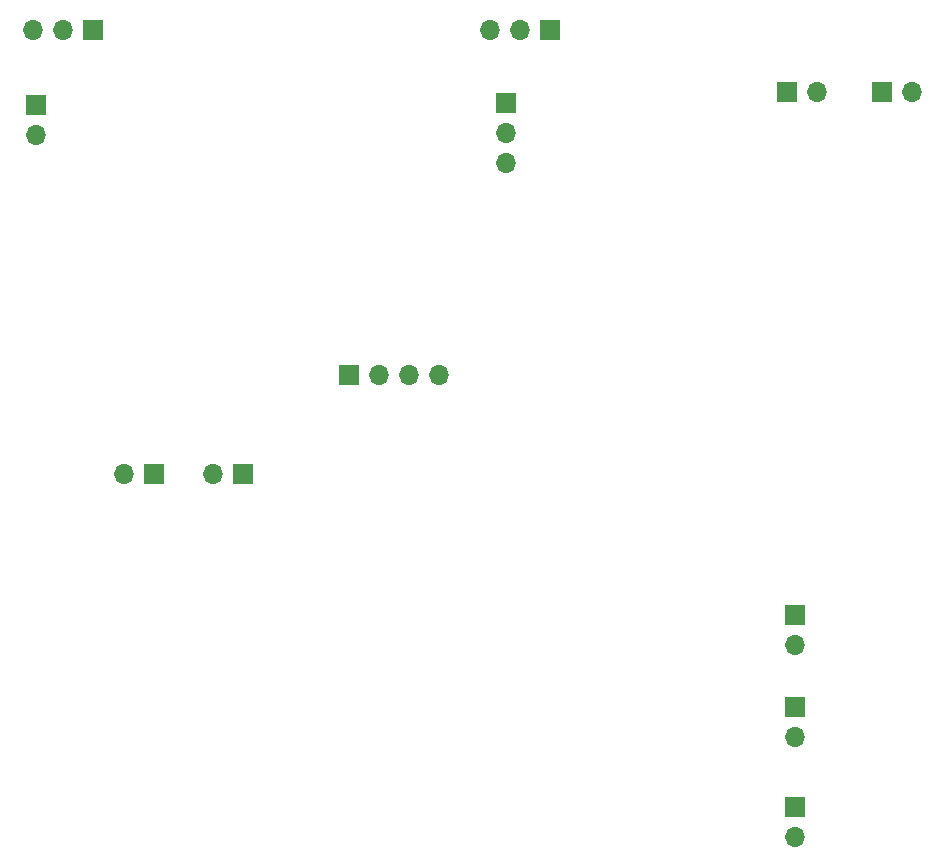
<source format=gbr>
%TF.GenerationSoftware,KiCad,Pcbnew,6.0.6-3a73a75311~116~ubuntu20.04.1*%
%TF.CreationDate,2022-07-05T17:12:33+08:00*%
%TF.ProjectId,ESP32_MAIN_V5,45535033-325f-44d4-9149-4e5f56352e6b,rev?*%
%TF.SameCoordinates,Original*%
%TF.FileFunction,Soldermask,Bot*%
%TF.FilePolarity,Negative*%
%FSLAX46Y46*%
G04 Gerber Fmt 4.6, Leading zero omitted, Abs format (unit mm)*
G04 Created by KiCad (PCBNEW 6.0.6-3a73a75311~116~ubuntu20.04.1) date 2022-07-05 17:12:33*
%MOMM*%
%LPD*%
G01*
G04 APERTURE LIST*
%ADD10R,1.700000X1.700000*%
%ADD11O,1.700000X1.700000*%
G04 APERTURE END LIST*
D10*
%TO.C,BOOT1*%
X145999200Y-41452800D03*
D11*
X145999200Y-43992800D03*
X145999200Y-46532800D03*
%TD*%
%TO.C,SW1*%
X170434000Y-103632000D03*
D10*
X170434000Y-101092000D03*
%TD*%
%TO.C,IMU1*%
X132689600Y-64516000D03*
D11*
X135229600Y-64516000D03*
X137769600Y-64516000D03*
X140309600Y-64516000D03*
%TD*%
D10*
%TO.C,M3*%
X177795000Y-40513000D03*
D11*
X180335000Y-40513000D03*
%TD*%
D10*
%TO.C,M4*%
X123703000Y-72898000D03*
D11*
X121163000Y-72898000D03*
%TD*%
D10*
%TO.C,CAM1*%
X106172000Y-41651000D03*
D11*
X106172000Y-44191000D03*
%TD*%
D10*
%TO.C,M1*%
X116205000Y-72898000D03*
D11*
X113665000Y-72898000D03*
%TD*%
D10*
%TO.C,BAT1*%
X170434000Y-84831000D03*
D11*
X170434000Y-87371000D03*
%TD*%
D10*
%TO.C,M2*%
X169794000Y-40513000D03*
D11*
X172334000Y-40513000D03*
%TD*%
D10*
%TO.C,LED2*%
X149718000Y-35306000D03*
D11*
X147178000Y-35306000D03*
X144638000Y-35306000D03*
%TD*%
D10*
%TO.C,BAT2*%
X170434000Y-92578000D03*
D11*
X170434000Y-95118000D03*
%TD*%
D10*
%TO.C,LED1*%
X110983000Y-35306000D03*
D11*
X108443000Y-35306000D03*
X105903000Y-35306000D03*
%TD*%
M02*

</source>
